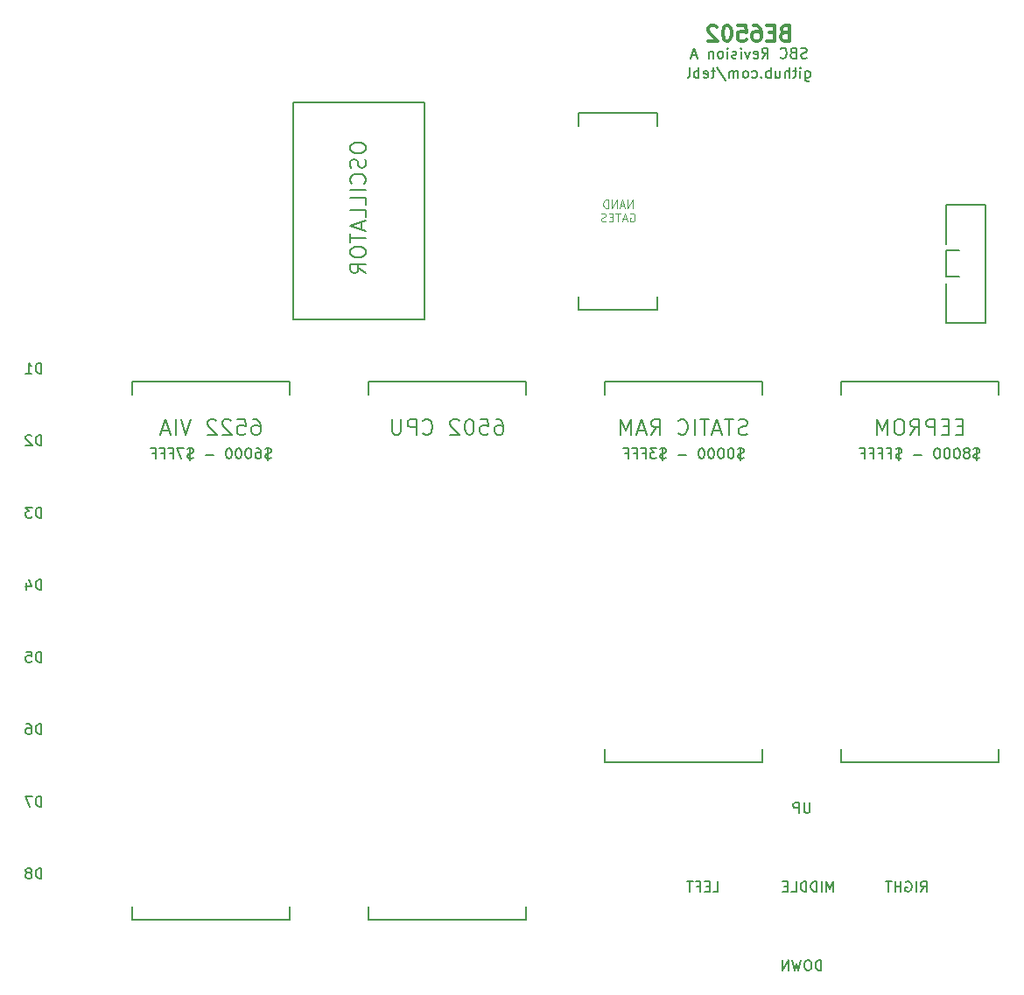
<source format=gbo>
G04 #@! TF.FileFunction,Legend,Bot*
%FSLAX46Y46*%
G04 Gerber Fmt 4.6, Leading zero omitted, Abs format (unit mm)*
G04 Created by KiCad (PCBNEW 4.0.7) date 11/16/19 22:56:08*
%MOMM*%
%LPD*%
G01*
G04 APERTURE LIST*
%ADD10C,0.100000*%
%ADD11C,0.150000*%
%ADD12C,0.200000*%
%ADD13C,0.300000*%
G04 APERTURE END LIST*
D10*
D11*
X127729524Y-91844762D02*
X127586667Y-91892381D01*
X127348571Y-91892381D01*
X127253333Y-91844762D01*
X127205714Y-91797143D01*
X127158095Y-91701905D01*
X127158095Y-91606667D01*
X127205714Y-91511429D01*
X127253333Y-91463810D01*
X127348571Y-91416190D01*
X127539048Y-91368571D01*
X127634286Y-91320952D01*
X127681905Y-91273333D01*
X127729524Y-91178095D01*
X127729524Y-91082857D01*
X127681905Y-90987619D01*
X127634286Y-90940000D01*
X127539048Y-90892381D01*
X127300952Y-90892381D01*
X127158095Y-90940000D01*
X127443810Y-90749524D02*
X127443810Y-92035238D01*
X126300952Y-90892381D02*
X126491429Y-90892381D01*
X126586667Y-90940000D01*
X126634286Y-90987619D01*
X126729524Y-91130476D01*
X126777143Y-91320952D01*
X126777143Y-91701905D01*
X126729524Y-91797143D01*
X126681905Y-91844762D01*
X126586667Y-91892381D01*
X126396190Y-91892381D01*
X126300952Y-91844762D01*
X126253333Y-91797143D01*
X126205714Y-91701905D01*
X126205714Y-91463810D01*
X126253333Y-91368571D01*
X126300952Y-91320952D01*
X126396190Y-91273333D01*
X126586667Y-91273333D01*
X126681905Y-91320952D01*
X126729524Y-91368571D01*
X126777143Y-91463810D01*
X125586667Y-90892381D02*
X125491428Y-90892381D01*
X125396190Y-90940000D01*
X125348571Y-90987619D01*
X125300952Y-91082857D01*
X125253333Y-91273333D01*
X125253333Y-91511429D01*
X125300952Y-91701905D01*
X125348571Y-91797143D01*
X125396190Y-91844762D01*
X125491428Y-91892381D01*
X125586667Y-91892381D01*
X125681905Y-91844762D01*
X125729524Y-91797143D01*
X125777143Y-91701905D01*
X125824762Y-91511429D01*
X125824762Y-91273333D01*
X125777143Y-91082857D01*
X125729524Y-90987619D01*
X125681905Y-90940000D01*
X125586667Y-90892381D01*
X124634286Y-90892381D02*
X124539047Y-90892381D01*
X124443809Y-90940000D01*
X124396190Y-90987619D01*
X124348571Y-91082857D01*
X124300952Y-91273333D01*
X124300952Y-91511429D01*
X124348571Y-91701905D01*
X124396190Y-91797143D01*
X124443809Y-91844762D01*
X124539047Y-91892381D01*
X124634286Y-91892381D01*
X124729524Y-91844762D01*
X124777143Y-91797143D01*
X124824762Y-91701905D01*
X124872381Y-91511429D01*
X124872381Y-91273333D01*
X124824762Y-91082857D01*
X124777143Y-90987619D01*
X124729524Y-90940000D01*
X124634286Y-90892381D01*
X123681905Y-90892381D02*
X123586666Y-90892381D01*
X123491428Y-90940000D01*
X123443809Y-90987619D01*
X123396190Y-91082857D01*
X123348571Y-91273333D01*
X123348571Y-91511429D01*
X123396190Y-91701905D01*
X123443809Y-91797143D01*
X123491428Y-91844762D01*
X123586666Y-91892381D01*
X123681905Y-91892381D01*
X123777143Y-91844762D01*
X123824762Y-91797143D01*
X123872381Y-91701905D01*
X123920000Y-91511429D01*
X123920000Y-91273333D01*
X123872381Y-91082857D01*
X123824762Y-90987619D01*
X123777143Y-90940000D01*
X123681905Y-90892381D01*
X122158095Y-91511429D02*
X121396190Y-91511429D01*
X120205714Y-91844762D02*
X120062857Y-91892381D01*
X119824761Y-91892381D01*
X119729523Y-91844762D01*
X119681904Y-91797143D01*
X119634285Y-91701905D01*
X119634285Y-91606667D01*
X119681904Y-91511429D01*
X119729523Y-91463810D01*
X119824761Y-91416190D01*
X120015238Y-91368571D01*
X120110476Y-91320952D01*
X120158095Y-91273333D01*
X120205714Y-91178095D01*
X120205714Y-91082857D01*
X120158095Y-90987619D01*
X120110476Y-90940000D01*
X120015238Y-90892381D01*
X119777142Y-90892381D01*
X119634285Y-90940000D01*
X119920000Y-90749524D02*
X119920000Y-92035238D01*
X119300952Y-90892381D02*
X118634285Y-90892381D01*
X119062857Y-91892381D01*
X117919999Y-91368571D02*
X118253333Y-91368571D01*
X118253333Y-91892381D02*
X118253333Y-90892381D01*
X117777142Y-90892381D01*
X117062856Y-91368571D02*
X117396190Y-91368571D01*
X117396190Y-91892381D02*
X117396190Y-90892381D01*
X116919999Y-90892381D01*
X116205713Y-91368571D02*
X116539047Y-91368571D01*
X116539047Y-91892381D02*
X116539047Y-90892381D01*
X116062856Y-90892381D01*
X173449524Y-91844762D02*
X173306667Y-91892381D01*
X173068571Y-91892381D01*
X172973333Y-91844762D01*
X172925714Y-91797143D01*
X172878095Y-91701905D01*
X172878095Y-91606667D01*
X172925714Y-91511429D01*
X172973333Y-91463810D01*
X173068571Y-91416190D01*
X173259048Y-91368571D01*
X173354286Y-91320952D01*
X173401905Y-91273333D01*
X173449524Y-91178095D01*
X173449524Y-91082857D01*
X173401905Y-90987619D01*
X173354286Y-90940000D01*
X173259048Y-90892381D01*
X173020952Y-90892381D01*
X172878095Y-90940000D01*
X173163810Y-90749524D02*
X173163810Y-92035238D01*
X172259048Y-90892381D02*
X172163809Y-90892381D01*
X172068571Y-90940000D01*
X172020952Y-90987619D01*
X171973333Y-91082857D01*
X171925714Y-91273333D01*
X171925714Y-91511429D01*
X171973333Y-91701905D01*
X172020952Y-91797143D01*
X172068571Y-91844762D01*
X172163809Y-91892381D01*
X172259048Y-91892381D01*
X172354286Y-91844762D01*
X172401905Y-91797143D01*
X172449524Y-91701905D01*
X172497143Y-91511429D01*
X172497143Y-91273333D01*
X172449524Y-91082857D01*
X172401905Y-90987619D01*
X172354286Y-90940000D01*
X172259048Y-90892381D01*
X171306667Y-90892381D02*
X171211428Y-90892381D01*
X171116190Y-90940000D01*
X171068571Y-90987619D01*
X171020952Y-91082857D01*
X170973333Y-91273333D01*
X170973333Y-91511429D01*
X171020952Y-91701905D01*
X171068571Y-91797143D01*
X171116190Y-91844762D01*
X171211428Y-91892381D01*
X171306667Y-91892381D01*
X171401905Y-91844762D01*
X171449524Y-91797143D01*
X171497143Y-91701905D01*
X171544762Y-91511429D01*
X171544762Y-91273333D01*
X171497143Y-91082857D01*
X171449524Y-90987619D01*
X171401905Y-90940000D01*
X171306667Y-90892381D01*
X170354286Y-90892381D02*
X170259047Y-90892381D01*
X170163809Y-90940000D01*
X170116190Y-90987619D01*
X170068571Y-91082857D01*
X170020952Y-91273333D01*
X170020952Y-91511429D01*
X170068571Y-91701905D01*
X170116190Y-91797143D01*
X170163809Y-91844762D01*
X170259047Y-91892381D01*
X170354286Y-91892381D01*
X170449524Y-91844762D01*
X170497143Y-91797143D01*
X170544762Y-91701905D01*
X170592381Y-91511429D01*
X170592381Y-91273333D01*
X170544762Y-91082857D01*
X170497143Y-90987619D01*
X170449524Y-90940000D01*
X170354286Y-90892381D01*
X169401905Y-90892381D02*
X169306666Y-90892381D01*
X169211428Y-90940000D01*
X169163809Y-90987619D01*
X169116190Y-91082857D01*
X169068571Y-91273333D01*
X169068571Y-91511429D01*
X169116190Y-91701905D01*
X169163809Y-91797143D01*
X169211428Y-91844762D01*
X169306666Y-91892381D01*
X169401905Y-91892381D01*
X169497143Y-91844762D01*
X169544762Y-91797143D01*
X169592381Y-91701905D01*
X169640000Y-91511429D01*
X169640000Y-91273333D01*
X169592381Y-91082857D01*
X169544762Y-90987619D01*
X169497143Y-90940000D01*
X169401905Y-90892381D01*
X167878095Y-91511429D02*
X167116190Y-91511429D01*
X165925714Y-91844762D02*
X165782857Y-91892381D01*
X165544761Y-91892381D01*
X165449523Y-91844762D01*
X165401904Y-91797143D01*
X165354285Y-91701905D01*
X165354285Y-91606667D01*
X165401904Y-91511429D01*
X165449523Y-91463810D01*
X165544761Y-91416190D01*
X165735238Y-91368571D01*
X165830476Y-91320952D01*
X165878095Y-91273333D01*
X165925714Y-91178095D01*
X165925714Y-91082857D01*
X165878095Y-90987619D01*
X165830476Y-90940000D01*
X165735238Y-90892381D01*
X165497142Y-90892381D01*
X165354285Y-90940000D01*
X165640000Y-90749524D02*
X165640000Y-92035238D01*
X165020952Y-90892381D02*
X164401904Y-90892381D01*
X164735238Y-91273333D01*
X164592380Y-91273333D01*
X164497142Y-91320952D01*
X164449523Y-91368571D01*
X164401904Y-91463810D01*
X164401904Y-91701905D01*
X164449523Y-91797143D01*
X164497142Y-91844762D01*
X164592380Y-91892381D01*
X164878095Y-91892381D01*
X164973333Y-91844762D01*
X165020952Y-91797143D01*
X163639999Y-91368571D02*
X163973333Y-91368571D01*
X163973333Y-91892381D02*
X163973333Y-90892381D01*
X163497142Y-90892381D01*
X162782856Y-91368571D02*
X163116190Y-91368571D01*
X163116190Y-91892381D02*
X163116190Y-90892381D01*
X162639999Y-90892381D01*
X161925713Y-91368571D02*
X162259047Y-91368571D01*
X162259047Y-91892381D02*
X162259047Y-90892381D01*
X161782856Y-90892381D01*
X196261905Y-91844762D02*
X196119048Y-91892381D01*
X195880952Y-91892381D01*
X195785714Y-91844762D01*
X195738095Y-91797143D01*
X195690476Y-91701905D01*
X195690476Y-91606667D01*
X195738095Y-91511429D01*
X195785714Y-91463810D01*
X195880952Y-91416190D01*
X196071429Y-91368571D01*
X196166667Y-91320952D01*
X196214286Y-91273333D01*
X196261905Y-91178095D01*
X196261905Y-91082857D01*
X196214286Y-90987619D01*
X196166667Y-90940000D01*
X196071429Y-90892381D01*
X195833333Y-90892381D01*
X195690476Y-90940000D01*
X195976191Y-90749524D02*
X195976191Y-92035238D01*
X195119048Y-91320952D02*
X195214286Y-91273333D01*
X195261905Y-91225714D01*
X195309524Y-91130476D01*
X195309524Y-91082857D01*
X195261905Y-90987619D01*
X195214286Y-90940000D01*
X195119048Y-90892381D01*
X194928571Y-90892381D01*
X194833333Y-90940000D01*
X194785714Y-90987619D01*
X194738095Y-91082857D01*
X194738095Y-91130476D01*
X194785714Y-91225714D01*
X194833333Y-91273333D01*
X194928571Y-91320952D01*
X195119048Y-91320952D01*
X195214286Y-91368571D01*
X195261905Y-91416190D01*
X195309524Y-91511429D01*
X195309524Y-91701905D01*
X195261905Y-91797143D01*
X195214286Y-91844762D01*
X195119048Y-91892381D01*
X194928571Y-91892381D01*
X194833333Y-91844762D01*
X194785714Y-91797143D01*
X194738095Y-91701905D01*
X194738095Y-91511429D01*
X194785714Y-91416190D01*
X194833333Y-91368571D01*
X194928571Y-91320952D01*
X194119048Y-90892381D02*
X194023809Y-90892381D01*
X193928571Y-90940000D01*
X193880952Y-90987619D01*
X193833333Y-91082857D01*
X193785714Y-91273333D01*
X193785714Y-91511429D01*
X193833333Y-91701905D01*
X193880952Y-91797143D01*
X193928571Y-91844762D01*
X194023809Y-91892381D01*
X194119048Y-91892381D01*
X194214286Y-91844762D01*
X194261905Y-91797143D01*
X194309524Y-91701905D01*
X194357143Y-91511429D01*
X194357143Y-91273333D01*
X194309524Y-91082857D01*
X194261905Y-90987619D01*
X194214286Y-90940000D01*
X194119048Y-90892381D01*
X193166667Y-90892381D02*
X193071428Y-90892381D01*
X192976190Y-90940000D01*
X192928571Y-90987619D01*
X192880952Y-91082857D01*
X192833333Y-91273333D01*
X192833333Y-91511429D01*
X192880952Y-91701905D01*
X192928571Y-91797143D01*
X192976190Y-91844762D01*
X193071428Y-91892381D01*
X193166667Y-91892381D01*
X193261905Y-91844762D01*
X193309524Y-91797143D01*
X193357143Y-91701905D01*
X193404762Y-91511429D01*
X193404762Y-91273333D01*
X193357143Y-91082857D01*
X193309524Y-90987619D01*
X193261905Y-90940000D01*
X193166667Y-90892381D01*
X192214286Y-90892381D02*
X192119047Y-90892381D01*
X192023809Y-90940000D01*
X191976190Y-90987619D01*
X191928571Y-91082857D01*
X191880952Y-91273333D01*
X191880952Y-91511429D01*
X191928571Y-91701905D01*
X191976190Y-91797143D01*
X192023809Y-91844762D01*
X192119047Y-91892381D01*
X192214286Y-91892381D01*
X192309524Y-91844762D01*
X192357143Y-91797143D01*
X192404762Y-91701905D01*
X192452381Y-91511429D01*
X192452381Y-91273333D01*
X192404762Y-91082857D01*
X192357143Y-90987619D01*
X192309524Y-90940000D01*
X192214286Y-90892381D01*
X190690476Y-91511429D02*
X189928571Y-91511429D01*
X188738095Y-91844762D02*
X188595238Y-91892381D01*
X188357142Y-91892381D01*
X188261904Y-91844762D01*
X188214285Y-91797143D01*
X188166666Y-91701905D01*
X188166666Y-91606667D01*
X188214285Y-91511429D01*
X188261904Y-91463810D01*
X188357142Y-91416190D01*
X188547619Y-91368571D01*
X188642857Y-91320952D01*
X188690476Y-91273333D01*
X188738095Y-91178095D01*
X188738095Y-91082857D01*
X188690476Y-90987619D01*
X188642857Y-90940000D01*
X188547619Y-90892381D01*
X188309523Y-90892381D01*
X188166666Y-90940000D01*
X188452381Y-90749524D02*
X188452381Y-92035238D01*
X187404761Y-91368571D02*
X187738095Y-91368571D01*
X187738095Y-91892381D02*
X187738095Y-90892381D01*
X187261904Y-90892381D01*
X186547618Y-91368571D02*
X186880952Y-91368571D01*
X186880952Y-91892381D02*
X186880952Y-90892381D01*
X186404761Y-90892381D01*
X185690475Y-91368571D02*
X186023809Y-91368571D01*
X186023809Y-91892381D02*
X186023809Y-90892381D01*
X185547618Y-90892381D01*
X184833332Y-91368571D02*
X185166666Y-91368571D01*
X185166666Y-91892381D02*
X185166666Y-90892381D01*
X184690475Y-90892381D01*
D12*
X193040000Y-67310000D02*
X193040000Y-71120000D01*
X193040000Y-74930000D02*
X193040000Y-78740000D01*
X193040000Y-74295000D02*
X194310000Y-74295000D01*
X193040000Y-71755000D02*
X193040000Y-74295000D01*
X194310000Y-71755000D02*
X193040000Y-71755000D01*
X196850000Y-78740000D02*
X193040000Y-78740000D01*
X196850000Y-67310000D02*
X196850000Y-78740000D01*
X193040000Y-67310000D02*
X196850000Y-67310000D01*
D13*
X177418570Y-50692857D02*
X177204284Y-50764286D01*
X177132856Y-50835714D01*
X177061427Y-50978571D01*
X177061427Y-51192857D01*
X177132856Y-51335714D01*
X177204284Y-51407143D01*
X177347142Y-51478571D01*
X177918570Y-51478571D01*
X177918570Y-49978571D01*
X177418570Y-49978571D01*
X177275713Y-50050000D01*
X177204284Y-50121429D01*
X177132856Y-50264286D01*
X177132856Y-50407143D01*
X177204284Y-50550000D01*
X177275713Y-50621429D01*
X177418570Y-50692857D01*
X177918570Y-50692857D01*
X176418570Y-50692857D02*
X175918570Y-50692857D01*
X175704284Y-51478571D02*
X176418570Y-51478571D01*
X176418570Y-49978571D01*
X175704284Y-49978571D01*
X174418570Y-49978571D02*
X174704284Y-49978571D01*
X174847141Y-50050000D01*
X174918570Y-50121429D01*
X175061427Y-50335714D01*
X175132856Y-50621429D01*
X175132856Y-51192857D01*
X175061427Y-51335714D01*
X174989999Y-51407143D01*
X174847141Y-51478571D01*
X174561427Y-51478571D01*
X174418570Y-51407143D01*
X174347141Y-51335714D01*
X174275713Y-51192857D01*
X174275713Y-50835714D01*
X174347141Y-50692857D01*
X174418570Y-50621429D01*
X174561427Y-50550000D01*
X174847141Y-50550000D01*
X174989999Y-50621429D01*
X175061427Y-50692857D01*
X175132856Y-50835714D01*
X172918570Y-49978571D02*
X173632856Y-49978571D01*
X173704285Y-50692857D01*
X173632856Y-50621429D01*
X173489999Y-50550000D01*
X173132856Y-50550000D01*
X172989999Y-50621429D01*
X172918570Y-50692857D01*
X172847142Y-50835714D01*
X172847142Y-51192857D01*
X172918570Y-51335714D01*
X172989999Y-51407143D01*
X173132856Y-51478571D01*
X173489999Y-51478571D01*
X173632856Y-51407143D01*
X173704285Y-51335714D01*
X171918571Y-49978571D02*
X171775714Y-49978571D01*
X171632857Y-50050000D01*
X171561428Y-50121429D01*
X171489999Y-50264286D01*
X171418571Y-50550000D01*
X171418571Y-50907143D01*
X171489999Y-51192857D01*
X171561428Y-51335714D01*
X171632857Y-51407143D01*
X171775714Y-51478571D01*
X171918571Y-51478571D01*
X172061428Y-51407143D01*
X172132857Y-51335714D01*
X172204285Y-51192857D01*
X172275714Y-50907143D01*
X172275714Y-50550000D01*
X172204285Y-50264286D01*
X172132857Y-50121429D01*
X172061428Y-50050000D01*
X171918571Y-49978571D01*
X170847143Y-50121429D02*
X170775714Y-50050000D01*
X170632857Y-49978571D01*
X170275714Y-49978571D01*
X170132857Y-50050000D01*
X170061428Y-50121429D01*
X169990000Y-50264286D01*
X169990000Y-50407143D01*
X170061428Y-50621429D01*
X170918571Y-51478571D01*
X169990000Y-51478571D01*
D11*
X179561429Y-53109762D02*
X179418572Y-53157381D01*
X179180476Y-53157381D01*
X179085238Y-53109762D01*
X179037619Y-53062143D01*
X178990000Y-52966905D01*
X178990000Y-52871667D01*
X179037619Y-52776429D01*
X179085238Y-52728810D01*
X179180476Y-52681190D01*
X179370953Y-52633571D01*
X179466191Y-52585952D01*
X179513810Y-52538333D01*
X179561429Y-52443095D01*
X179561429Y-52347857D01*
X179513810Y-52252619D01*
X179466191Y-52205000D01*
X179370953Y-52157381D01*
X179132857Y-52157381D01*
X178990000Y-52205000D01*
X178228095Y-52633571D02*
X178085238Y-52681190D01*
X178037619Y-52728810D01*
X177990000Y-52824048D01*
X177990000Y-52966905D01*
X178037619Y-53062143D01*
X178085238Y-53109762D01*
X178180476Y-53157381D01*
X178561429Y-53157381D01*
X178561429Y-52157381D01*
X178228095Y-52157381D01*
X178132857Y-52205000D01*
X178085238Y-52252619D01*
X178037619Y-52347857D01*
X178037619Y-52443095D01*
X178085238Y-52538333D01*
X178132857Y-52585952D01*
X178228095Y-52633571D01*
X178561429Y-52633571D01*
X176990000Y-53062143D02*
X177037619Y-53109762D01*
X177180476Y-53157381D01*
X177275714Y-53157381D01*
X177418572Y-53109762D01*
X177513810Y-53014524D01*
X177561429Y-52919286D01*
X177609048Y-52728810D01*
X177609048Y-52585952D01*
X177561429Y-52395476D01*
X177513810Y-52300238D01*
X177418572Y-52205000D01*
X177275714Y-52157381D01*
X177180476Y-52157381D01*
X177037619Y-52205000D01*
X176990000Y-52252619D01*
X175228095Y-53157381D02*
X175561429Y-52681190D01*
X175799524Y-53157381D02*
X175799524Y-52157381D01*
X175418571Y-52157381D01*
X175323333Y-52205000D01*
X175275714Y-52252619D01*
X175228095Y-52347857D01*
X175228095Y-52490714D01*
X175275714Y-52585952D01*
X175323333Y-52633571D01*
X175418571Y-52681190D01*
X175799524Y-52681190D01*
X174418571Y-53109762D02*
X174513809Y-53157381D01*
X174704286Y-53157381D01*
X174799524Y-53109762D01*
X174847143Y-53014524D01*
X174847143Y-52633571D01*
X174799524Y-52538333D01*
X174704286Y-52490714D01*
X174513809Y-52490714D01*
X174418571Y-52538333D01*
X174370952Y-52633571D01*
X174370952Y-52728810D01*
X174847143Y-52824048D01*
X174037619Y-52490714D02*
X173799524Y-53157381D01*
X173561428Y-52490714D01*
X173180476Y-53157381D02*
X173180476Y-52490714D01*
X173180476Y-52157381D02*
X173228095Y-52205000D01*
X173180476Y-52252619D01*
X173132857Y-52205000D01*
X173180476Y-52157381D01*
X173180476Y-52252619D01*
X172751905Y-53109762D02*
X172656667Y-53157381D01*
X172466191Y-53157381D01*
X172370952Y-53109762D01*
X172323333Y-53014524D01*
X172323333Y-52966905D01*
X172370952Y-52871667D01*
X172466191Y-52824048D01*
X172609048Y-52824048D01*
X172704286Y-52776429D01*
X172751905Y-52681190D01*
X172751905Y-52633571D01*
X172704286Y-52538333D01*
X172609048Y-52490714D01*
X172466191Y-52490714D01*
X172370952Y-52538333D01*
X171894762Y-53157381D02*
X171894762Y-52490714D01*
X171894762Y-52157381D02*
X171942381Y-52205000D01*
X171894762Y-52252619D01*
X171847143Y-52205000D01*
X171894762Y-52157381D01*
X171894762Y-52252619D01*
X171275715Y-53157381D02*
X171370953Y-53109762D01*
X171418572Y-53062143D01*
X171466191Y-52966905D01*
X171466191Y-52681190D01*
X171418572Y-52585952D01*
X171370953Y-52538333D01*
X171275715Y-52490714D01*
X171132857Y-52490714D01*
X171037619Y-52538333D01*
X170990000Y-52585952D01*
X170942381Y-52681190D01*
X170942381Y-52966905D01*
X170990000Y-53062143D01*
X171037619Y-53109762D01*
X171132857Y-53157381D01*
X171275715Y-53157381D01*
X170513810Y-52490714D02*
X170513810Y-53157381D01*
X170513810Y-52585952D02*
X170466191Y-52538333D01*
X170370953Y-52490714D01*
X170228095Y-52490714D01*
X170132857Y-52538333D01*
X170085238Y-52633571D01*
X170085238Y-53157381D01*
X168894762Y-52871667D02*
X168418571Y-52871667D01*
X168990000Y-53157381D02*
X168656667Y-52157381D01*
X168323333Y-53157381D01*
X125991427Y-88078571D02*
X126277141Y-88078571D01*
X126419998Y-88150000D01*
X126491427Y-88221429D01*
X126634284Y-88435714D01*
X126705713Y-88721429D01*
X126705713Y-89292857D01*
X126634284Y-89435714D01*
X126562856Y-89507143D01*
X126419998Y-89578571D01*
X126134284Y-89578571D01*
X125991427Y-89507143D01*
X125919998Y-89435714D01*
X125848570Y-89292857D01*
X125848570Y-88935714D01*
X125919998Y-88792857D01*
X125991427Y-88721429D01*
X126134284Y-88650000D01*
X126419998Y-88650000D01*
X126562856Y-88721429D01*
X126634284Y-88792857D01*
X126705713Y-88935714D01*
X124491427Y-88078571D02*
X125205713Y-88078571D01*
X125277142Y-88792857D01*
X125205713Y-88721429D01*
X125062856Y-88650000D01*
X124705713Y-88650000D01*
X124562856Y-88721429D01*
X124491427Y-88792857D01*
X124419999Y-88935714D01*
X124419999Y-89292857D01*
X124491427Y-89435714D01*
X124562856Y-89507143D01*
X124705713Y-89578571D01*
X125062856Y-89578571D01*
X125205713Y-89507143D01*
X125277142Y-89435714D01*
X123848571Y-88221429D02*
X123777142Y-88150000D01*
X123634285Y-88078571D01*
X123277142Y-88078571D01*
X123134285Y-88150000D01*
X123062856Y-88221429D01*
X122991428Y-88364286D01*
X122991428Y-88507143D01*
X123062856Y-88721429D01*
X123919999Y-89578571D01*
X122991428Y-89578571D01*
X122420000Y-88221429D02*
X122348571Y-88150000D01*
X122205714Y-88078571D01*
X121848571Y-88078571D01*
X121705714Y-88150000D01*
X121634285Y-88221429D01*
X121562857Y-88364286D01*
X121562857Y-88507143D01*
X121634285Y-88721429D01*
X122491428Y-89578571D01*
X121562857Y-89578571D01*
X119991429Y-88078571D02*
X119491429Y-89578571D01*
X118991429Y-88078571D01*
X118491429Y-89578571D02*
X118491429Y-88078571D01*
X117848572Y-89150000D02*
X117134286Y-89150000D01*
X117991429Y-89578571D02*
X117491429Y-88078571D01*
X116991429Y-89578571D01*
D12*
X129857500Y-57467500D02*
X129857500Y-78422500D01*
X142557500Y-57467500D02*
X142557500Y-78422500D01*
X129857500Y-57467500D02*
X142557500Y-57467500D01*
X142557500Y-78422500D02*
X129857500Y-78422500D01*
D11*
X135386071Y-61698928D02*
X135386071Y-61984642D01*
X135457500Y-62127500D01*
X135600357Y-62270357D01*
X135886071Y-62341785D01*
X136386071Y-62341785D01*
X136671786Y-62270357D01*
X136814643Y-62127500D01*
X136886071Y-61984642D01*
X136886071Y-61698928D01*
X136814643Y-61556071D01*
X136671786Y-61413214D01*
X136386071Y-61341785D01*
X135886071Y-61341785D01*
X135600357Y-61413214D01*
X135457500Y-61556071D01*
X135386071Y-61698928D01*
X136814643Y-62913214D02*
X136886071Y-63127500D01*
X136886071Y-63484643D01*
X136814643Y-63627500D01*
X136743214Y-63698929D01*
X136600357Y-63770357D01*
X136457500Y-63770357D01*
X136314643Y-63698929D01*
X136243214Y-63627500D01*
X136171786Y-63484643D01*
X136100357Y-63198929D01*
X136028929Y-63056071D01*
X135957500Y-62984643D01*
X135814643Y-62913214D01*
X135671786Y-62913214D01*
X135528929Y-62984643D01*
X135457500Y-63056071D01*
X135386071Y-63198929D01*
X135386071Y-63556071D01*
X135457500Y-63770357D01*
X136743214Y-65270357D02*
X136814643Y-65198928D01*
X136886071Y-64984642D01*
X136886071Y-64841785D01*
X136814643Y-64627500D01*
X136671786Y-64484642D01*
X136528929Y-64413214D01*
X136243214Y-64341785D01*
X136028929Y-64341785D01*
X135743214Y-64413214D01*
X135600357Y-64484642D01*
X135457500Y-64627500D01*
X135386071Y-64841785D01*
X135386071Y-64984642D01*
X135457500Y-65198928D01*
X135528929Y-65270357D01*
X136886071Y-65913214D02*
X135386071Y-65913214D01*
X136886071Y-67341786D02*
X136886071Y-66627500D01*
X135386071Y-66627500D01*
X136886071Y-68556072D02*
X136886071Y-67841786D01*
X135386071Y-67841786D01*
X136457500Y-68984643D02*
X136457500Y-69698929D01*
X136886071Y-68841786D02*
X135386071Y-69341786D01*
X136886071Y-69841786D01*
X135386071Y-70127500D02*
X135386071Y-70984643D01*
X136886071Y-70556072D02*
X135386071Y-70556072D01*
X135386071Y-71770357D02*
X135386071Y-72056071D01*
X135457500Y-72198929D01*
X135600357Y-72341786D01*
X135886071Y-72413214D01*
X136386071Y-72413214D01*
X136671786Y-72341786D01*
X136814643Y-72198929D01*
X136886071Y-72056071D01*
X136886071Y-71770357D01*
X136814643Y-71627500D01*
X136671786Y-71484643D01*
X136386071Y-71413214D01*
X135886071Y-71413214D01*
X135600357Y-71484643D01*
X135457500Y-71627500D01*
X135386071Y-71770357D01*
X136886071Y-73913215D02*
X136171786Y-73413215D01*
X136886071Y-73056072D02*
X135386071Y-73056072D01*
X135386071Y-73627500D01*
X135457500Y-73770358D01*
X135528929Y-73841786D01*
X135671786Y-73913215D01*
X135886071Y-73913215D01*
X136028929Y-73841786D01*
X136100357Y-73770358D01*
X136171786Y-73627500D01*
X136171786Y-73056072D01*
X194642857Y-88792857D02*
X194142857Y-88792857D01*
X193928571Y-89578571D02*
X194642857Y-89578571D01*
X194642857Y-88078571D01*
X193928571Y-88078571D01*
X193285714Y-88792857D02*
X192785714Y-88792857D01*
X192571428Y-89578571D02*
X193285714Y-89578571D01*
X193285714Y-88078571D01*
X192571428Y-88078571D01*
X191928571Y-89578571D02*
X191928571Y-88078571D01*
X191357143Y-88078571D01*
X191214285Y-88150000D01*
X191142857Y-88221429D01*
X191071428Y-88364286D01*
X191071428Y-88578571D01*
X191142857Y-88721429D01*
X191214285Y-88792857D01*
X191357143Y-88864286D01*
X191928571Y-88864286D01*
X189571428Y-89578571D02*
X190071428Y-88864286D01*
X190428571Y-89578571D02*
X190428571Y-88078571D01*
X189857143Y-88078571D01*
X189714285Y-88150000D01*
X189642857Y-88221429D01*
X189571428Y-88364286D01*
X189571428Y-88578571D01*
X189642857Y-88721429D01*
X189714285Y-88792857D01*
X189857143Y-88864286D01*
X190428571Y-88864286D01*
X188642857Y-88078571D02*
X188357143Y-88078571D01*
X188214285Y-88150000D01*
X188071428Y-88292857D01*
X188000000Y-88578571D01*
X188000000Y-89078571D01*
X188071428Y-89364286D01*
X188214285Y-89507143D01*
X188357143Y-89578571D01*
X188642857Y-89578571D01*
X188785714Y-89507143D01*
X188928571Y-89364286D01*
X189000000Y-89078571D01*
X189000000Y-88578571D01*
X188928571Y-88292857D01*
X188785714Y-88150000D01*
X188642857Y-88078571D01*
X187357142Y-89578571D02*
X187357142Y-88078571D01*
X186857142Y-89150000D01*
X186357142Y-88078571D01*
X186357142Y-89578571D01*
X173782857Y-89507143D02*
X173568571Y-89578571D01*
X173211428Y-89578571D01*
X173068571Y-89507143D01*
X172997142Y-89435714D01*
X172925714Y-89292857D01*
X172925714Y-89150000D01*
X172997142Y-89007143D01*
X173068571Y-88935714D01*
X173211428Y-88864286D01*
X173497142Y-88792857D01*
X173640000Y-88721429D01*
X173711428Y-88650000D01*
X173782857Y-88507143D01*
X173782857Y-88364286D01*
X173711428Y-88221429D01*
X173640000Y-88150000D01*
X173497142Y-88078571D01*
X173140000Y-88078571D01*
X172925714Y-88150000D01*
X172497143Y-88078571D02*
X171640000Y-88078571D01*
X172068571Y-89578571D02*
X172068571Y-88078571D01*
X171211429Y-89150000D02*
X170497143Y-89150000D01*
X171354286Y-89578571D02*
X170854286Y-88078571D01*
X170354286Y-89578571D01*
X170068572Y-88078571D02*
X169211429Y-88078571D01*
X169640000Y-89578571D02*
X169640000Y-88078571D01*
X168711429Y-89578571D02*
X168711429Y-88078571D01*
X167140000Y-89435714D02*
X167211429Y-89507143D01*
X167425715Y-89578571D01*
X167568572Y-89578571D01*
X167782857Y-89507143D01*
X167925715Y-89364286D01*
X167997143Y-89221429D01*
X168068572Y-88935714D01*
X168068572Y-88721429D01*
X167997143Y-88435714D01*
X167925715Y-88292857D01*
X167782857Y-88150000D01*
X167568572Y-88078571D01*
X167425715Y-88078571D01*
X167211429Y-88150000D01*
X167140000Y-88221429D01*
X164497143Y-89578571D02*
X164997143Y-88864286D01*
X165354286Y-89578571D02*
X165354286Y-88078571D01*
X164782858Y-88078571D01*
X164640000Y-88150000D01*
X164568572Y-88221429D01*
X164497143Y-88364286D01*
X164497143Y-88578571D01*
X164568572Y-88721429D01*
X164640000Y-88792857D01*
X164782858Y-88864286D01*
X165354286Y-88864286D01*
X163925715Y-89150000D02*
X163211429Y-89150000D01*
X164068572Y-89578571D02*
X163568572Y-88078571D01*
X163068572Y-89578571D01*
X162568572Y-89578571D02*
X162568572Y-88078571D01*
X162068572Y-89150000D01*
X161568572Y-88078571D01*
X161568572Y-89578571D01*
X149494285Y-88078571D02*
X149779999Y-88078571D01*
X149922856Y-88150000D01*
X149994285Y-88221429D01*
X150137142Y-88435714D01*
X150208571Y-88721429D01*
X150208571Y-89292857D01*
X150137142Y-89435714D01*
X150065714Y-89507143D01*
X149922856Y-89578571D01*
X149637142Y-89578571D01*
X149494285Y-89507143D01*
X149422856Y-89435714D01*
X149351428Y-89292857D01*
X149351428Y-88935714D01*
X149422856Y-88792857D01*
X149494285Y-88721429D01*
X149637142Y-88650000D01*
X149922856Y-88650000D01*
X150065714Y-88721429D01*
X150137142Y-88792857D01*
X150208571Y-88935714D01*
X147994285Y-88078571D02*
X148708571Y-88078571D01*
X148780000Y-88792857D01*
X148708571Y-88721429D01*
X148565714Y-88650000D01*
X148208571Y-88650000D01*
X148065714Y-88721429D01*
X147994285Y-88792857D01*
X147922857Y-88935714D01*
X147922857Y-89292857D01*
X147994285Y-89435714D01*
X148065714Y-89507143D01*
X148208571Y-89578571D01*
X148565714Y-89578571D01*
X148708571Y-89507143D01*
X148780000Y-89435714D01*
X146994286Y-88078571D02*
X146851429Y-88078571D01*
X146708572Y-88150000D01*
X146637143Y-88221429D01*
X146565714Y-88364286D01*
X146494286Y-88650000D01*
X146494286Y-89007143D01*
X146565714Y-89292857D01*
X146637143Y-89435714D01*
X146708572Y-89507143D01*
X146851429Y-89578571D01*
X146994286Y-89578571D01*
X147137143Y-89507143D01*
X147208572Y-89435714D01*
X147280000Y-89292857D01*
X147351429Y-89007143D01*
X147351429Y-88650000D01*
X147280000Y-88364286D01*
X147208572Y-88221429D01*
X147137143Y-88150000D01*
X146994286Y-88078571D01*
X145922858Y-88221429D02*
X145851429Y-88150000D01*
X145708572Y-88078571D01*
X145351429Y-88078571D01*
X145208572Y-88150000D01*
X145137143Y-88221429D01*
X145065715Y-88364286D01*
X145065715Y-88507143D01*
X145137143Y-88721429D01*
X145994286Y-89578571D01*
X145065715Y-89578571D01*
X142422858Y-89435714D02*
X142494287Y-89507143D01*
X142708573Y-89578571D01*
X142851430Y-89578571D01*
X143065715Y-89507143D01*
X143208573Y-89364286D01*
X143280001Y-89221429D01*
X143351430Y-88935714D01*
X143351430Y-88721429D01*
X143280001Y-88435714D01*
X143208573Y-88292857D01*
X143065715Y-88150000D01*
X142851430Y-88078571D01*
X142708573Y-88078571D01*
X142494287Y-88150000D01*
X142422858Y-88221429D01*
X141780001Y-89578571D02*
X141780001Y-88078571D01*
X141208573Y-88078571D01*
X141065715Y-88150000D01*
X140994287Y-88221429D01*
X140922858Y-88364286D01*
X140922858Y-88578571D01*
X140994287Y-88721429D01*
X141065715Y-88792857D01*
X141208573Y-88864286D01*
X141780001Y-88864286D01*
X140280001Y-88078571D02*
X140280001Y-89292857D01*
X140208573Y-89435714D01*
X140137144Y-89507143D01*
X139994287Y-89578571D01*
X139708573Y-89578571D01*
X139565715Y-89507143D01*
X139494287Y-89435714D01*
X139422858Y-89292857D01*
X139422858Y-88078571D01*
D10*
X162680476Y-67656905D02*
X162680476Y-66856905D01*
X162223333Y-67656905D01*
X162223333Y-66856905D01*
X161880476Y-67428333D02*
X161499524Y-67428333D01*
X161956667Y-67656905D02*
X161690000Y-66856905D01*
X161423333Y-67656905D01*
X161156667Y-67656905D02*
X161156667Y-66856905D01*
X160699524Y-67656905D01*
X160699524Y-66856905D01*
X160318572Y-67656905D02*
X160318572Y-66856905D01*
X160128096Y-66856905D01*
X160013810Y-66895000D01*
X159937619Y-66971190D01*
X159899524Y-67047381D01*
X159861429Y-67199762D01*
X159861429Y-67314048D01*
X159899524Y-67466429D01*
X159937619Y-67542619D01*
X160013810Y-67618810D01*
X160128096Y-67656905D01*
X160318572Y-67656905D01*
X162470952Y-68195000D02*
X162547143Y-68156905D01*
X162661428Y-68156905D01*
X162775714Y-68195000D01*
X162851905Y-68271190D01*
X162890000Y-68347381D01*
X162928095Y-68499762D01*
X162928095Y-68614048D01*
X162890000Y-68766429D01*
X162851905Y-68842619D01*
X162775714Y-68918810D01*
X162661428Y-68956905D01*
X162585238Y-68956905D01*
X162470952Y-68918810D01*
X162432857Y-68880714D01*
X162432857Y-68614048D01*
X162585238Y-68614048D01*
X162128095Y-68728333D02*
X161747143Y-68728333D01*
X162204286Y-68956905D02*
X161937619Y-68156905D01*
X161670952Y-68956905D01*
X161518572Y-68156905D02*
X161061429Y-68156905D01*
X161290000Y-68956905D02*
X161290000Y-68156905D01*
X160794762Y-68537857D02*
X160528095Y-68537857D01*
X160413809Y-68956905D02*
X160794762Y-68956905D01*
X160794762Y-68156905D01*
X160413809Y-68156905D01*
X160109047Y-68918810D02*
X159994761Y-68956905D01*
X159804285Y-68956905D01*
X159728095Y-68918810D01*
X159689999Y-68880714D01*
X159651904Y-68804524D01*
X159651904Y-68728333D01*
X159689999Y-68652143D01*
X159728095Y-68614048D01*
X159804285Y-68575952D01*
X159956666Y-68537857D01*
X160032857Y-68499762D01*
X160070952Y-68461667D01*
X160109047Y-68385476D01*
X160109047Y-68309286D01*
X160070952Y-68233095D01*
X160032857Y-68195000D01*
X159956666Y-68156905D01*
X159766190Y-68156905D01*
X159651904Y-68195000D01*
D12*
X165100000Y-58420000D02*
X165100000Y-59690000D01*
X157480000Y-58420000D02*
X165100000Y-58420000D01*
X157480000Y-59690000D02*
X157480000Y-58420000D01*
X165100000Y-77470000D02*
X165100000Y-76200000D01*
X157480000Y-77470000D02*
X165100000Y-77470000D01*
X157480000Y-76200000D02*
X157480000Y-77470000D01*
X198120000Y-121285000D02*
X198120000Y-120015000D01*
X182880000Y-121285000D02*
X198120000Y-121285000D01*
X182880000Y-120015000D02*
X182880000Y-121285000D01*
X129540000Y-136525000D02*
X129540000Y-135255000D01*
X114300000Y-136525000D02*
X129540000Y-136525000D01*
X114300000Y-135255000D02*
X114300000Y-136525000D01*
X198120000Y-84455000D02*
X198120000Y-85725000D01*
X182880000Y-84455000D02*
X198120000Y-84455000D01*
X182880000Y-85725000D02*
X182880000Y-84455000D01*
X175260000Y-84455000D02*
X175260000Y-85725000D01*
X160020000Y-84455000D02*
X175260000Y-84455000D01*
X160020000Y-85725000D02*
X160020000Y-84455000D01*
X152400000Y-84455000D02*
X152400000Y-85725000D01*
X137160000Y-84455000D02*
X152400000Y-84455000D01*
X137160000Y-85725000D02*
X137160000Y-84455000D01*
X129540000Y-84455000D02*
X129540000Y-85725000D01*
X114300000Y-84455000D02*
X129540000Y-84455000D01*
X114300000Y-85725000D02*
X114300000Y-84455000D01*
X137160000Y-136525000D02*
X137160000Y-135255000D01*
X152400000Y-136525000D02*
X137160000Y-136525000D01*
X152400000Y-135255000D02*
X152400000Y-136525000D01*
X175260000Y-121285000D02*
X175260000Y-120015000D01*
X160020000Y-121285000D02*
X175260000Y-121285000D01*
X160020000Y-120015000D02*
X160020000Y-121285000D01*
D11*
X179394762Y-54395714D02*
X179394762Y-55205238D01*
X179442381Y-55300476D01*
X179490000Y-55348095D01*
X179585239Y-55395714D01*
X179728096Y-55395714D01*
X179823334Y-55348095D01*
X179394762Y-55014762D02*
X179490000Y-55062381D01*
X179680477Y-55062381D01*
X179775715Y-55014762D01*
X179823334Y-54967143D01*
X179870953Y-54871905D01*
X179870953Y-54586190D01*
X179823334Y-54490952D01*
X179775715Y-54443333D01*
X179680477Y-54395714D01*
X179490000Y-54395714D01*
X179394762Y-54443333D01*
X178918572Y-55062381D02*
X178918572Y-54395714D01*
X178918572Y-54062381D02*
X178966191Y-54110000D01*
X178918572Y-54157619D01*
X178870953Y-54110000D01*
X178918572Y-54062381D01*
X178918572Y-54157619D01*
X178585239Y-54395714D02*
X178204287Y-54395714D01*
X178442382Y-54062381D02*
X178442382Y-54919524D01*
X178394763Y-55014762D01*
X178299525Y-55062381D01*
X178204287Y-55062381D01*
X177870953Y-55062381D02*
X177870953Y-54062381D01*
X177442381Y-55062381D02*
X177442381Y-54538571D01*
X177490000Y-54443333D01*
X177585238Y-54395714D01*
X177728096Y-54395714D01*
X177823334Y-54443333D01*
X177870953Y-54490952D01*
X176537619Y-54395714D02*
X176537619Y-55062381D01*
X176966191Y-54395714D02*
X176966191Y-54919524D01*
X176918572Y-55014762D01*
X176823334Y-55062381D01*
X176680476Y-55062381D01*
X176585238Y-55014762D01*
X176537619Y-54967143D01*
X176061429Y-55062381D02*
X176061429Y-54062381D01*
X176061429Y-54443333D02*
X175966191Y-54395714D01*
X175775714Y-54395714D01*
X175680476Y-54443333D01*
X175632857Y-54490952D01*
X175585238Y-54586190D01*
X175585238Y-54871905D01*
X175632857Y-54967143D01*
X175680476Y-55014762D01*
X175775714Y-55062381D01*
X175966191Y-55062381D01*
X176061429Y-55014762D01*
X175156667Y-54967143D02*
X175109048Y-55014762D01*
X175156667Y-55062381D01*
X175204286Y-55014762D01*
X175156667Y-54967143D01*
X175156667Y-55062381D01*
X174251905Y-55014762D02*
X174347143Y-55062381D01*
X174537620Y-55062381D01*
X174632858Y-55014762D01*
X174680477Y-54967143D01*
X174728096Y-54871905D01*
X174728096Y-54586190D01*
X174680477Y-54490952D01*
X174632858Y-54443333D01*
X174537620Y-54395714D01*
X174347143Y-54395714D01*
X174251905Y-54443333D01*
X173680477Y-55062381D02*
X173775715Y-55014762D01*
X173823334Y-54967143D01*
X173870953Y-54871905D01*
X173870953Y-54586190D01*
X173823334Y-54490952D01*
X173775715Y-54443333D01*
X173680477Y-54395714D01*
X173537619Y-54395714D01*
X173442381Y-54443333D01*
X173394762Y-54490952D01*
X173347143Y-54586190D01*
X173347143Y-54871905D01*
X173394762Y-54967143D01*
X173442381Y-55014762D01*
X173537619Y-55062381D01*
X173680477Y-55062381D01*
X172918572Y-55062381D02*
X172918572Y-54395714D01*
X172918572Y-54490952D02*
X172870953Y-54443333D01*
X172775715Y-54395714D01*
X172632857Y-54395714D01*
X172537619Y-54443333D01*
X172490000Y-54538571D01*
X172490000Y-55062381D01*
X172490000Y-54538571D02*
X172442381Y-54443333D01*
X172347143Y-54395714D01*
X172204286Y-54395714D01*
X172109048Y-54443333D01*
X172061429Y-54538571D01*
X172061429Y-55062381D01*
X170870953Y-54014762D02*
X171728096Y-55300476D01*
X170680477Y-54395714D02*
X170299525Y-54395714D01*
X170537620Y-54062381D02*
X170537620Y-54919524D01*
X170490001Y-55014762D01*
X170394763Y-55062381D01*
X170299525Y-55062381D01*
X169585238Y-55014762D02*
X169680476Y-55062381D01*
X169870953Y-55062381D01*
X169966191Y-55014762D01*
X170013810Y-54919524D01*
X170013810Y-54538571D01*
X169966191Y-54443333D01*
X169870953Y-54395714D01*
X169680476Y-54395714D01*
X169585238Y-54443333D01*
X169537619Y-54538571D01*
X169537619Y-54633810D01*
X170013810Y-54729048D01*
X169109048Y-55062381D02*
X169109048Y-54062381D01*
X169109048Y-54443333D02*
X169013810Y-54395714D01*
X168823333Y-54395714D01*
X168728095Y-54443333D01*
X168680476Y-54490952D01*
X168632857Y-54586190D01*
X168632857Y-54871905D01*
X168680476Y-54967143D01*
X168728095Y-55014762D01*
X168823333Y-55062381D01*
X169013810Y-55062381D01*
X169109048Y-55014762D01*
X168061429Y-55062381D02*
X168156667Y-55014762D01*
X168204286Y-54919524D01*
X168204286Y-54062381D01*
X105513095Y-83637381D02*
X105513095Y-82637381D01*
X105275000Y-82637381D01*
X105132142Y-82685000D01*
X105036904Y-82780238D01*
X104989285Y-82875476D01*
X104941666Y-83065952D01*
X104941666Y-83208810D01*
X104989285Y-83399286D01*
X105036904Y-83494524D01*
X105132142Y-83589762D01*
X105275000Y-83637381D01*
X105513095Y-83637381D01*
X103989285Y-83637381D02*
X104560714Y-83637381D01*
X104275000Y-83637381D02*
X104275000Y-82637381D01*
X104370238Y-82780238D01*
X104465476Y-82875476D01*
X104560714Y-82923095D01*
X105513095Y-90622381D02*
X105513095Y-89622381D01*
X105275000Y-89622381D01*
X105132142Y-89670000D01*
X105036904Y-89765238D01*
X104989285Y-89860476D01*
X104941666Y-90050952D01*
X104941666Y-90193810D01*
X104989285Y-90384286D01*
X105036904Y-90479524D01*
X105132142Y-90574762D01*
X105275000Y-90622381D01*
X105513095Y-90622381D01*
X104560714Y-89717619D02*
X104513095Y-89670000D01*
X104417857Y-89622381D01*
X104179761Y-89622381D01*
X104084523Y-89670000D01*
X104036904Y-89717619D01*
X103989285Y-89812857D01*
X103989285Y-89908095D01*
X104036904Y-90050952D01*
X104608333Y-90622381D01*
X103989285Y-90622381D01*
X105513095Y-97607381D02*
X105513095Y-96607381D01*
X105275000Y-96607381D01*
X105132142Y-96655000D01*
X105036904Y-96750238D01*
X104989285Y-96845476D01*
X104941666Y-97035952D01*
X104941666Y-97178810D01*
X104989285Y-97369286D01*
X105036904Y-97464524D01*
X105132142Y-97559762D01*
X105275000Y-97607381D01*
X105513095Y-97607381D01*
X104608333Y-96607381D02*
X103989285Y-96607381D01*
X104322619Y-96988333D01*
X104179761Y-96988333D01*
X104084523Y-97035952D01*
X104036904Y-97083571D01*
X103989285Y-97178810D01*
X103989285Y-97416905D01*
X104036904Y-97512143D01*
X104084523Y-97559762D01*
X104179761Y-97607381D01*
X104465476Y-97607381D01*
X104560714Y-97559762D01*
X104608333Y-97512143D01*
X105513095Y-104592381D02*
X105513095Y-103592381D01*
X105275000Y-103592381D01*
X105132142Y-103640000D01*
X105036904Y-103735238D01*
X104989285Y-103830476D01*
X104941666Y-104020952D01*
X104941666Y-104163810D01*
X104989285Y-104354286D01*
X105036904Y-104449524D01*
X105132142Y-104544762D01*
X105275000Y-104592381D01*
X105513095Y-104592381D01*
X104084523Y-103925714D02*
X104084523Y-104592381D01*
X104322619Y-103544762D02*
X104560714Y-104259048D01*
X103941666Y-104259048D01*
X105513095Y-111577381D02*
X105513095Y-110577381D01*
X105275000Y-110577381D01*
X105132142Y-110625000D01*
X105036904Y-110720238D01*
X104989285Y-110815476D01*
X104941666Y-111005952D01*
X104941666Y-111148810D01*
X104989285Y-111339286D01*
X105036904Y-111434524D01*
X105132142Y-111529762D01*
X105275000Y-111577381D01*
X105513095Y-111577381D01*
X104036904Y-110577381D02*
X104513095Y-110577381D01*
X104560714Y-111053571D01*
X104513095Y-111005952D01*
X104417857Y-110958333D01*
X104179761Y-110958333D01*
X104084523Y-111005952D01*
X104036904Y-111053571D01*
X103989285Y-111148810D01*
X103989285Y-111386905D01*
X104036904Y-111482143D01*
X104084523Y-111529762D01*
X104179761Y-111577381D01*
X104417857Y-111577381D01*
X104513095Y-111529762D01*
X104560714Y-111482143D01*
X105513095Y-118562381D02*
X105513095Y-117562381D01*
X105275000Y-117562381D01*
X105132142Y-117610000D01*
X105036904Y-117705238D01*
X104989285Y-117800476D01*
X104941666Y-117990952D01*
X104941666Y-118133810D01*
X104989285Y-118324286D01*
X105036904Y-118419524D01*
X105132142Y-118514762D01*
X105275000Y-118562381D01*
X105513095Y-118562381D01*
X104084523Y-117562381D02*
X104275000Y-117562381D01*
X104370238Y-117610000D01*
X104417857Y-117657619D01*
X104513095Y-117800476D01*
X104560714Y-117990952D01*
X104560714Y-118371905D01*
X104513095Y-118467143D01*
X104465476Y-118514762D01*
X104370238Y-118562381D01*
X104179761Y-118562381D01*
X104084523Y-118514762D01*
X104036904Y-118467143D01*
X103989285Y-118371905D01*
X103989285Y-118133810D01*
X104036904Y-118038571D01*
X104084523Y-117990952D01*
X104179761Y-117943333D01*
X104370238Y-117943333D01*
X104465476Y-117990952D01*
X104513095Y-118038571D01*
X104560714Y-118133810D01*
X105513095Y-125547381D02*
X105513095Y-124547381D01*
X105275000Y-124547381D01*
X105132142Y-124595000D01*
X105036904Y-124690238D01*
X104989285Y-124785476D01*
X104941666Y-124975952D01*
X104941666Y-125118810D01*
X104989285Y-125309286D01*
X105036904Y-125404524D01*
X105132142Y-125499762D01*
X105275000Y-125547381D01*
X105513095Y-125547381D01*
X104608333Y-124547381D02*
X103941666Y-124547381D01*
X104370238Y-125547381D01*
X105513095Y-132532381D02*
X105513095Y-131532381D01*
X105275000Y-131532381D01*
X105132142Y-131580000D01*
X105036904Y-131675238D01*
X104989285Y-131770476D01*
X104941666Y-131960952D01*
X104941666Y-132103810D01*
X104989285Y-132294286D01*
X105036904Y-132389524D01*
X105132142Y-132484762D01*
X105275000Y-132532381D01*
X105513095Y-132532381D01*
X104370238Y-131960952D02*
X104465476Y-131913333D01*
X104513095Y-131865714D01*
X104560714Y-131770476D01*
X104560714Y-131722857D01*
X104513095Y-131627619D01*
X104465476Y-131580000D01*
X104370238Y-131532381D01*
X104179761Y-131532381D01*
X104084523Y-131580000D01*
X104036904Y-131627619D01*
X103989285Y-131722857D01*
X103989285Y-131770476D01*
X104036904Y-131865714D01*
X104084523Y-131913333D01*
X104179761Y-131960952D01*
X104370238Y-131960952D01*
X104465476Y-132008571D01*
X104513095Y-132056190D01*
X104560714Y-132151429D01*
X104560714Y-132341905D01*
X104513095Y-132437143D01*
X104465476Y-132484762D01*
X104370238Y-132532381D01*
X104179761Y-132532381D01*
X104084523Y-132484762D01*
X104036904Y-132437143D01*
X103989285Y-132341905D01*
X103989285Y-132151429D01*
X104036904Y-132056190D01*
X104084523Y-132008571D01*
X104179761Y-131960952D01*
X182133571Y-133802381D02*
X182133571Y-132802381D01*
X181800237Y-133516667D01*
X181466904Y-132802381D01*
X181466904Y-133802381D01*
X180990714Y-133802381D02*
X180990714Y-132802381D01*
X180514524Y-133802381D02*
X180514524Y-132802381D01*
X180276429Y-132802381D01*
X180133571Y-132850000D01*
X180038333Y-132945238D01*
X179990714Y-133040476D01*
X179943095Y-133230952D01*
X179943095Y-133373810D01*
X179990714Y-133564286D01*
X180038333Y-133659524D01*
X180133571Y-133754762D01*
X180276429Y-133802381D01*
X180514524Y-133802381D01*
X179514524Y-133802381D02*
X179514524Y-132802381D01*
X179276429Y-132802381D01*
X179133571Y-132850000D01*
X179038333Y-132945238D01*
X178990714Y-133040476D01*
X178943095Y-133230952D01*
X178943095Y-133373810D01*
X178990714Y-133564286D01*
X179038333Y-133659524D01*
X179133571Y-133754762D01*
X179276429Y-133802381D01*
X179514524Y-133802381D01*
X178038333Y-133802381D02*
X178514524Y-133802381D01*
X178514524Y-132802381D01*
X177705000Y-133278571D02*
X177371666Y-133278571D01*
X177228809Y-133802381D02*
X177705000Y-133802381D01*
X177705000Y-132802381D01*
X177228809Y-132802381D01*
X179855714Y-125182381D02*
X179855714Y-125991905D01*
X179808095Y-126087143D01*
X179760476Y-126134762D01*
X179665238Y-126182381D01*
X179474761Y-126182381D01*
X179379523Y-126134762D01*
X179331904Y-126087143D01*
X179284285Y-125991905D01*
X179284285Y-125182381D01*
X178808095Y-126182381D02*
X178808095Y-125182381D01*
X178427142Y-125182381D01*
X178331904Y-125230000D01*
X178284285Y-125277619D01*
X178236666Y-125372857D01*
X178236666Y-125515714D01*
X178284285Y-125610952D01*
X178331904Y-125658571D01*
X178427142Y-125706190D01*
X178808095Y-125706190D01*
X180950952Y-141422381D02*
X180950952Y-140422381D01*
X180712857Y-140422381D01*
X180569999Y-140470000D01*
X180474761Y-140565238D01*
X180427142Y-140660476D01*
X180379523Y-140850952D01*
X180379523Y-140993810D01*
X180427142Y-141184286D01*
X180474761Y-141279524D01*
X180569999Y-141374762D01*
X180712857Y-141422381D01*
X180950952Y-141422381D01*
X179760476Y-140422381D02*
X179569999Y-140422381D01*
X179474761Y-140470000D01*
X179379523Y-140565238D01*
X179331904Y-140755714D01*
X179331904Y-141089048D01*
X179379523Y-141279524D01*
X179474761Y-141374762D01*
X179569999Y-141422381D01*
X179760476Y-141422381D01*
X179855714Y-141374762D01*
X179950952Y-141279524D01*
X179998571Y-141089048D01*
X179998571Y-140755714D01*
X179950952Y-140565238D01*
X179855714Y-140470000D01*
X179760476Y-140422381D01*
X178998571Y-140422381D02*
X178760476Y-141422381D01*
X178569999Y-140708095D01*
X178379523Y-141422381D01*
X178141428Y-140422381D01*
X177760476Y-141422381D02*
X177760476Y-140422381D01*
X177189047Y-141422381D01*
X177189047Y-140422381D01*
X170497381Y-133802381D02*
X170973572Y-133802381D01*
X170973572Y-132802381D01*
X170164048Y-133278571D02*
X169830714Y-133278571D01*
X169687857Y-133802381D02*
X170164048Y-133802381D01*
X170164048Y-132802381D01*
X169687857Y-132802381D01*
X168925952Y-133278571D02*
X169259286Y-133278571D01*
X169259286Y-133802381D02*
X169259286Y-132802381D01*
X168783095Y-132802381D01*
X168545000Y-132802381D02*
X167973571Y-132802381D01*
X168259286Y-133802381D02*
X168259286Y-132802381D01*
X190563333Y-133802381D02*
X190896667Y-133326190D01*
X191134762Y-133802381D02*
X191134762Y-132802381D01*
X190753809Y-132802381D01*
X190658571Y-132850000D01*
X190610952Y-132897619D01*
X190563333Y-132992857D01*
X190563333Y-133135714D01*
X190610952Y-133230952D01*
X190658571Y-133278571D01*
X190753809Y-133326190D01*
X191134762Y-133326190D01*
X190134762Y-133802381D02*
X190134762Y-132802381D01*
X189134762Y-132850000D02*
X189230000Y-132802381D01*
X189372857Y-132802381D01*
X189515715Y-132850000D01*
X189610953Y-132945238D01*
X189658572Y-133040476D01*
X189706191Y-133230952D01*
X189706191Y-133373810D01*
X189658572Y-133564286D01*
X189610953Y-133659524D01*
X189515715Y-133754762D01*
X189372857Y-133802381D01*
X189277619Y-133802381D01*
X189134762Y-133754762D01*
X189087143Y-133707143D01*
X189087143Y-133373810D01*
X189277619Y-133373810D01*
X188658572Y-133802381D02*
X188658572Y-132802381D01*
X188658572Y-133278571D02*
X188087143Y-133278571D01*
X188087143Y-133802381D02*
X188087143Y-132802381D01*
X187753810Y-132802381D02*
X187182381Y-132802381D01*
X187468096Y-133802381D02*
X187468096Y-132802381D01*
M02*

</source>
